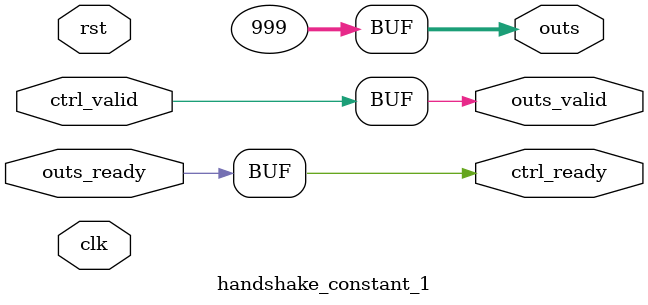
<source format=v>
`timescale 1ns / 1ps
module handshake_constant_1 #(
  parameter DATA_WIDTH = 32  // Default set to 32 bits
) (
  input                       clk,
  input                       rst,
  // Input Channel
  input                       ctrl_valid,
  output                      ctrl_ready,
  // Output Channel
  output [DATA_WIDTH - 1 : 0] outs,
  output                      outs_valid,
  input                       outs_ready
);
  assign outs       = 11'b01111100111;
  assign outs_valid = ctrl_valid;
  assign ctrl_ready = outs_ready;

endmodule

</source>
